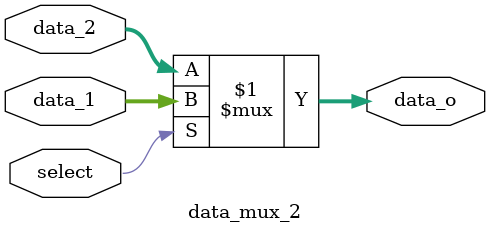
<source format=sv>
module data_mux_2 #(
    DATA_WIDTH = 32,
    SEL_WIDTH = 1
) (
    input wire [DATA_WIDTH-1:0] data_1,
    input wire [DATA_WIDTH-1:0] data_2,
    input wire select,
    output wire [DATA_WIDTH-1:0] data_o
);
    // when select == 1, select data_1, else select data_2
    assign data_o = select ? data_1 : data_2;
endmodule
</source>
